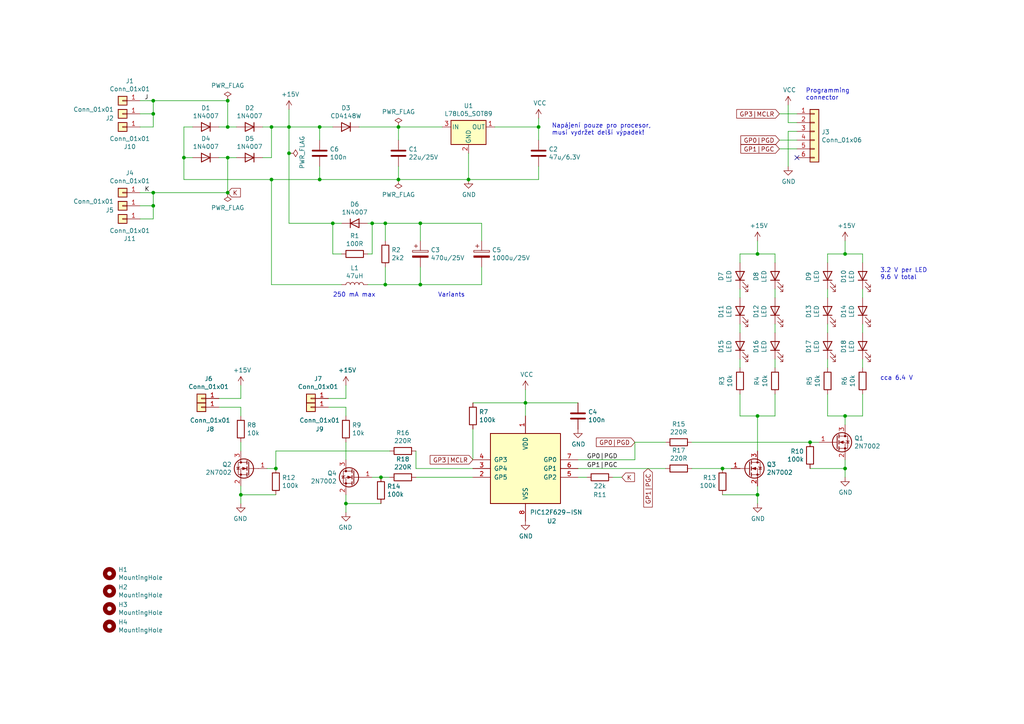
<source format=kicad_sch>
(kicad_sch (version 20211123) (generator eeschema)
  (paper "A4")
  (title_block (title "Osvětlení vozů Balm MTB model - horní deska") (date "2021-12-23") (rev "1.1") (company "Model Railroader Club Brno I – KMŽ Brno I – https://kmz-brno.cz/") (comment 1 "Jan Horáček; inspirováno https://usuaris.tinet.cat/fmco/dccfunc_en.html") (comment 2 "https://github.com/kmzbrnoI/") (comment 3 "https://creativecommons.org/licenses/by-sa/4.0/") (comment 4 "Released under the Creative Commons Attribution-ShareAlike 4.0 License"))
  (lib_symbols
    (symbol "Connector_Generic:Conn_01x01" (pin_names (offset 1.016) hide)
      (property "Reference" "J" (at 0 2.54 0))
      (property "Value" "Conn_01x01" (at 0 -2.54 0))
      (symbol "Conn_01x01_1_1"
        (rectangle (start -1.27 0.127) (end 0 -0.127) (stroke (width 0.1524)))
        (rectangle (start -1.27 1.27) (end 1.27 -1.27) (stroke (width 0.254)) (fill (type background)))
        (pin passive line (at -5.08 0 0) (length 3.81) (name "Pin_1") (number "1"))
      )
    )
    (symbol "Connector_Generic:Conn_01x06" (pin_names (offset 1.016) hide)
      (property "Reference" "J" (at 0 7.62 0))
      (property "Value" "Conn_01x06" (at 0 -10.16 0))
      (symbol "Conn_01x06_1_1"
        (rectangle (start -1.27 -7.493) (end 0 -7.747) (stroke (width 0.1524)))
        (rectangle (start -1.27 -4.953) (end 0 -5.207) (stroke (width 0.1524)))
        (rectangle (start -1.27 -2.413) (end 0 -2.667) (stroke (width 0.1524)))
        (rectangle (start -1.27 0.127) (end 0 -0.127) (stroke (width 0.1524)))
        (rectangle (start -1.27 2.667) (end 0 2.413) (stroke (width 0.1524)))
        (rectangle (start -1.27 5.207) (end 0 4.953) (stroke (width 0.1524)))
        (rectangle (start -1.27 6.35) (end 1.27 -8.89) (stroke (width 0.254)) (fill (type background)))
        (pin passive line (at -5.08 5.08 0) (length 3.81) (name "Pin_1") (number "1"))
        (pin passive line (at -5.08 2.54 0) (length 3.81) (name "Pin_2") (number "2"))
        (pin passive line (at -5.08 0 0) (length 3.81) (name "Pin_3") (number "3"))
        (pin passive line (at -5.08 -2.54 0) (length 3.81) (name "Pin_4") (number "4"))
        (pin passive line (at -5.08 -5.08 0) (length 3.81) (name "Pin_5") (number "5"))
        (pin passive line (at -5.08 -7.62 0) (length 3.81) (name "Pin_6") (number "6"))
      )
    )
    (symbol "Device:C" (pin_numbers hide) (pin_names (offset 0.254))
      (property "Reference" "C" (at 0.635 2.54 0))
      (property "Value" "C" (at 0.635 -2.54 0))
      (symbol "C_0_1"
        (polyline (pts (xy -2.032 -0.762) (xy 2.032 -0.762)) (stroke (width 0.508)))
        (polyline (pts (xy -2.032 0.762) (xy 2.032 0.762)) (stroke (width 0.508)))
      )
      (symbol "C_1_1"
        (pin passive line (at 0 3.81 270) (length 2.794) (name "~") (number "1"))
        (pin passive line (at 0 -3.81 90) (length 2.794) (name "~") (number "2"))
      )
    )
    (symbol "Device:C_Polarized" (pin_numbers hide) (pin_names (offset 0.254))
      (property "Reference" "C" (at 0.635 2.54 0))
      (property "Value" "C_Polarized" (at 0.635 -2.54 0))
      (symbol "C_Polarized_0_1"
        (rectangle (start -2.286 0.508) (end 2.286 1.016))
        (polyline (pts (xy -1.778 2.286) (xy -0.762 2.286)))
        (polyline (pts (xy -1.27 2.794) (xy -1.27 1.778)))
        (rectangle (start 2.286 -0.508) (end -2.286 -1.016) (fill (type outline)))
      )
      (symbol "C_Polarized_1_1"
        (pin passive line (at 0 3.81 270) (length 2.794) (name "~") (number "1"))
        (pin passive line (at 0 -3.81 90) (length 2.794) (name "~") (number "2"))
      )
    )
    (symbol "Device:L" (pin_numbers hide) (pin_names (offset 1.016) hide)
      (property "Reference" "L" (at -1.27 0 90))
      (property "Value" "L" (at 1.905 0 90))
      (symbol "L_0_1"
        (arc (start 0 -2.54) (mid 0.635 -1.905) (end 0 -1.27))
        (arc (start 0 -1.27) (mid 0.635 -0.635) (end 0 0))
        (arc (start 0 0) (mid 0.635 0.635) (end 0 1.27))
        (arc (start 0 1.27) (mid 0.635 1.905) (end 0 2.54))
      )
      (symbol "L_1_1"
        (pin passive line (at 0 3.81 270) (length 1.27) (name "1") (number "1"))
        (pin passive line (at 0 -3.81 90) (length 1.27) (name "2") (number "2"))
      )
    )
    (symbol "Device:LED" (pin_numbers hide) (pin_names (offset 1.016) hide)
      (property "Reference" "D" (at 0 2.54 0))
      (property "Value" "LED" (at 0 -2.54 0))
      (symbol "LED_0_1"
        (polyline (pts (xy -1.27 -1.27) (xy -1.27 1.27)) (stroke (width 0.254)))
        (polyline (pts (xy -1.27 0) (xy 1.27 0)))
        (polyline (pts (xy 1.27 -1.27) (xy 1.27 1.27) (xy -1.27 0) (xy 1.27 -1.27)) (stroke (width 0.254)))
        (polyline (pts (xy -3.048 -0.762) (xy -4.572 -2.286) (xy -3.81 -2.286) (xy -4.572 -2.286) (xy -4.572 -1.524)))
        (polyline (pts (xy -1.778 -0.762) (xy -3.302 -2.286) (xy -2.54 -2.286) (xy -3.302 -2.286) (xy -3.302 -1.524)))
      )
      (symbol "LED_1_1"
        (pin passive line (at -3.81 0 0) (length 2.54) (name "K") (number "1"))
        (pin passive line (at 3.81 0 180) (length 2.54) (name "A") (number "2"))
      )
    )
    (symbol "Device:R" (pin_numbers hide) (pin_names (offset 0))
      (property "Reference" "R" (at 2.032 0 90))
      (property "Value" "R" (at 0 0 90))
      (symbol "R_0_1"
        (rectangle (start -1.016 -2.54) (end 1.016 2.54) (stroke (width 0.254)))
      )
      (symbol "R_1_1"
        (pin passive line (at 0 3.81 270) (length 1.27) (name "~") (number "1"))
        (pin passive line (at 0 -3.81 90) (length 1.27) (name "~") (number "2"))
      )
    )
    (symbol "Diode:1N4007" (pin_numbers hide) (pin_names (offset 1.016) hide)
      (property "Reference" "D" (at 0 2.54 0))
      (property "Value" "1N4007" (at 0 -2.54 0))
      (symbol "1N4007_0_1"
        (polyline (pts (xy -1.27 1.27) (xy -1.27 -1.27)) (stroke (width 0.254)))
        (polyline (pts (xy 1.27 0) (xy -1.27 0)))
        (polyline (pts (xy 1.27 1.27) (xy 1.27 -1.27) (xy -1.27 0) (xy 1.27 1.27)) (stroke (width 0.254)))
      )
      (symbol "1N4007_1_1"
        (pin passive line (at -3.81 0 0) (length 2.54) (name "K") (number "1"))
        (pin passive line (at 3.81 0 180) (length 2.54) (name "A") (number "2"))
      )
    )
    (symbol "Diode:CD4148W" (pin_numbers hide) (pin_names (offset 1.016) hide)
      (property "Reference" "D" (at 0 2.54 0))
      (property "Value" "CD4148W" (at 0 -2.54 0))
      (symbol "CD4148W_0_1"
        (polyline (pts (xy -1.27 1.27) (xy -1.27 -1.27)) (stroke (width 0.254)))
        (polyline (pts (xy 1.27 0) (xy -1.27 0)))
        (polyline (pts (xy 1.27 1.27) (xy 1.27 -1.27) (xy -1.27 0) (xy 1.27 1.27)) (stroke (width 0.254)))
      )
      (symbol "CD4148W_1_1"
        (pin passive line (at -3.81 0 0) (length 2.54) (name "K") (number "1"))
        (pin passive line (at 3.81 0 180) (length 2.54) (name "A") (number "2"))
      )
    )
    (symbol "MCU_Microchip_PIC12:PIC12F629-ISN" (pin_names (offset 1.016))
      (property "Reference" "U" (at 1.27 13.97 0))
      (property "Value" "PIC12F629-ISN" (at 1.27 11.43 0))
      (symbol "PIC12F629-ISN_0_1"
        (rectangle (start 10.16 -10.16) (end -10.16 10.16) (stroke (width 0.254)) (fill (type background)))
      )
      (symbol "PIC12F629-ISN_1_1"
        (pin power_in line (at 0 15.24 270) (length 5.08) (name "VDD") (number "1"))
        (pin bidirectional line (at 15.24 -2.54 180) (length 5.08) (name "GP5") (number "2"))
        (pin bidirectional line (at 15.24 0 180) (length 5.08) (name "GP4") (number "3"))
        (pin input line (at 15.24 2.54 180) (length 5.08) (name "GP3") (number "4"))
        (pin bidirectional line (at -15.24 -2.54 0) (length 5.08) (name "GP2") (number "5"))
        (pin bidirectional line (at -15.24 0 0) (length 5.08) (name "GP1") (number "6"))
        (pin bidirectional line (at -15.24 2.54 0) (length 5.08) (name "GP0") (number "7"))
        (pin power_in line (at 0 -15.24 90) (length 5.08) (name "VSS") (number "8"))
      )
    )
    (symbol "Mechanical:MountingHole" (pin_names (offset 1.016))
      (property "Reference" "H" (at 0 5.08 0))
      (property "Value" "MountingHole" (at 0 3.175 0))
      (symbol "MountingHole_0_1"
        (circle (center 0 0) (radius 1.27) (stroke (width 1.27)))
      )
    )
    (symbol "Regulator_Linear:L78L05_SOT89" (pin_names (offset 0.254))
      (property "Reference" "U" (at -3.81 3.175 0))
      (property "Value" "L78L05_SOT89" (at -0.635 3.175 0))
      (symbol "L78L05_SOT89_0_1"
        (rectangle (start -5.08 1.905) (end 5.08 -5.08) (stroke (width 0.254)) (fill (type background)))
      )
      (symbol "L78L05_SOT89_1_1"
        (pin power_out line (at 7.62 0 180) (length 2.54) (name "OUT") (number "1"))
        (pin power_in line (at 0 -7.62 90) (length 2.54) (name "GND") (number "2"))
        (pin power_in line (at -7.62 0 0) (length 2.54) (name "IN") (number "3"))
      )
    )
    (symbol "Transistor_FET:2N7002" (pin_names hide)
      (property "Reference" "Q" (at 5.08 1.905 0))
      (property "Value" "2N7002" (at 5.08 0 0))
      (symbol "2N7002_0_1"
        (polyline (pts (xy 0.254 0) (xy -2.54 0)))
        (polyline (pts (xy 0.254 1.905) (xy 0.254 -1.905)) (stroke (width 0.254)))
        (polyline (pts (xy 0.762 -1.27) (xy 0.762 -2.286)) (stroke (width 0.254)))
        (polyline (pts (xy 0.762 0.508) (xy 0.762 -0.508)) (stroke (width 0.254)))
        (polyline (pts (xy 0.762 2.286) (xy 0.762 1.27)) (stroke (width 0.254)))
        (polyline (pts (xy 2.54 2.54) (xy 2.54 1.778)))
        (polyline (pts (xy 2.54 -2.54) (xy 2.54 0) (xy 0.762 0)))
        (polyline (pts (xy 0.762 -1.778) (xy 3.302 -1.778) (xy 3.302 1.778) (xy 0.762 1.778)))
        (polyline (pts (xy 1.016 0) (xy 2.032 0.381) (xy 2.032 -0.381) (xy 1.016 0)) (fill (type outline)))
        (polyline (pts (xy 2.794 0.508) (xy 2.921 0.381) (xy 3.683 0.381) (xy 3.81 0.254)))
        (polyline (pts (xy 3.302 0.381) (xy 2.921 -0.254) (xy 3.683 -0.254) (xy 3.302 0.381)))
        (circle (center 1.651 0) (radius 2.794) (stroke (width 0.254)))
        (circle (center 2.54 -1.778) (radius 0.254) (fill (type outline)))
        (circle (center 2.54 1.778) (radius 0.254) (fill (type outline)))
      )
      (symbol "2N7002_1_1"
        (pin input line (at -5.08 0 0) (length 2.54) (name "G") (number "1"))
        (pin passive line (at 2.54 -5.08 90) (length 2.54) (name "S") (number "2"))
        (pin passive line (at 2.54 5.08 270) (length 2.54) (name "D") (number "3"))
      )
    )
    (symbol "power:+15V" (power) (pin_names (offset 0))
      (property "Value" "+15V" (at 0 3.556 0))
      (symbol "+15V_0_1"
        (polyline (pts (xy -0.762 1.27) (xy 0 2.54)))
        (polyline (pts (xy 0 0) (xy 0 2.54)))
        (polyline (pts (xy 0 2.54) (xy 0.762 1.27)))
      )
      (symbol "+15V_1_1"
        (pin power_in line (at 0 0 90) (length 0) hide (name "+15V") (number "1"))
      )
    )
    (symbol "power:GND" (power) (pin_names (offset 0))
      (property "Value" "GND" (at 0 -3.81 0))
      (symbol "GND_0_1"
        (polyline (pts (xy 0 0) (xy 0 -1.27) (xy 1.27 -1.27) (xy 0 -2.54) (xy -1.27 -1.27) (xy 0 -1.27)))
      )
      (symbol "GND_1_1"
        (pin power_in line (at 0 0 270) (length 0) hide (name "GND") (number "1"))
      )
    )
    (symbol "power:PWR_FLAG" (power) (pin_numbers hide) (pin_names (offset 0) hide)
      (property "Value" "PWR_FLAG" (at 0 3.81 0))
      (symbol "PWR_FLAG_0_0"
        (pin power_out line (at 0 0 90) (length 0) (name "pwr") (number "1"))
      )
      (symbol "PWR_FLAG_0_1"
        (polyline (pts (xy 0 0) (xy 0 1.27) (xy -1.016 1.905) (xy 0 2.54) (xy 1.016 1.905) (xy 0 1.27)))
      )
    )
    (symbol "power:VCC" (power) (pin_names (offset 0))
      (property "Value" "VCC" (at 0 3.81 0))
      (symbol "VCC_0_1"
        (polyline (pts (xy -0.762 1.27) (xy 0 2.54)))
        (polyline (pts (xy 0 0) (xy 0 2.54)))
        (polyline (pts (xy 0 2.54) (xy 0.762 1.27)))
      )
      (symbol "VCC_1_1"
        (pin power_in line (at 0 0 90) (length 0) hide (name "VCC") (number "1"))
      )
    )
  )
  (junction (at 219.71 120.65))
  (junction (at 107.95 64.77))
  (junction (at 121.92 82.55))
  (junction (at 245.11 120.65))
  (junction (at 78.74 36.83))
  (junction (at 115.57 52.07))
  (junction (at 111.76 82.55))
  (junction (at 115.57 36.83))
  (junction (at 92.71 52.07))
  (junction (at 66.04 36.83))
  (junction (at 83.82 44.45))
  (junction (at 92.71 36.83))
  (junction (at 135.89 52.07))
  (junction (at 111.76 64.77))
  (junction (at 234.95 128.27))
  (junction (at 66.04 55.88))
  (junction (at 66.04 45.72))
  (junction (at 69.85 143.51))
  (junction (at 83.82 36.83))
  (junction (at 44.45 59.69))
  (junction (at 44.45 29.21))
  (junction (at 156.21 36.83))
  (junction (at 219.71 143.51))
  (junction (at 53.34 45.72))
  (junction (at 121.92 64.77))
  (junction (at 44.45 33.02))
  (junction (at 219.71 73.66))
  (junction (at 44.45 55.88))
  (junction (at 245.11 135.89))
  (junction (at 110.49 138.43))
  (junction (at 100.33 146.05))
  (junction (at 78.74 52.07))
  (junction (at 66.04 29.21))
  (junction (at 209.55 135.89))
  (junction (at 245.11 73.66))
  (junction (at 80.01 135.89))
  (junction (at 96.52 64.77))
  (junction (at 152.4 116.84))
  (no_connect (at 231.14 45.72))
  (wire (pts (xy 240.03 106.68) (xy 240.03 104.14)))
  (wire (pts (xy 63.5 118.11) (xy 69.85 118.11)))
  (wire (pts (xy 40.64 59.69) (xy 44.45 59.69)))
  (wire (pts (xy 83.82 36.83) (xy 92.71 36.83)))
  (wire (pts (xy 40.64 55.88) (xy 44.45 55.88)))
  (wire (pts (xy 231.14 38.1) (xy 228.6 38.1)))
  (wire (pts (xy 143.51 36.83) (xy 156.21 36.83)))
  (wire (pts (xy 245.11 120.65) (xy 240.03 120.65)))
  (wire (pts (xy 44.45 36.83) (xy 44.45 33.02)))
  (wire (pts (xy 121.92 82.55) (xy 121.92 77.47)))
  (wire (pts (xy 40.64 36.83) (xy 44.45 36.83)))
  (wire (pts (xy 224.79 120.65) (xy 224.79 114.3)))
  (wire (pts (xy 231.14 40.64) (xy 226.06 40.64)))
  (wire (pts (xy 240.03 76.2) (xy 240.03 73.66)))
  (wire (pts (xy 209.55 135.89) (xy 200.66 135.89)))
  (wire (pts (xy 193.04 128.27) (xy 184.15 128.27)))
  (wire (pts (xy 156.21 48.26) (xy 156.21 52.07)))
  (wire (pts (xy 219.71 143.51) (xy 219.71 146.05)))
  (wire (pts (xy 107.95 138.43) (xy 110.49 138.43)))
  (wire (pts (xy 83.82 31.75) (xy 83.82 36.83)))
  (wire (pts (xy 224.79 73.66) (xy 224.79 76.2)))
  (wire (pts (xy 240.03 120.65) (xy 240.03 114.3)))
  (wire (pts (xy 135.89 44.45) (xy 135.89 52.07)))
  (wire (pts (xy 224.79 86.36) (xy 224.79 83.82)))
  (wire (pts (xy 184.15 128.27) (xy 184.15 133.35)))
  (wire (pts (xy 44.45 33.02) (xy 44.45 29.21)))
  (wire (pts (xy 111.76 77.47) (xy 111.76 82.55)))
  (wire (pts (xy 121.92 64.77) (xy 139.7 64.77)))
  (wire (pts (xy 234.95 135.89) (xy 245.11 135.89)))
  (wire (pts (xy 177.8 138.43) (xy 180.34 138.43)))
  (wire (pts (xy 240.03 86.36) (xy 240.03 83.82)))
  (wire (pts (xy 214.63 96.52) (xy 214.63 93.98)))
  (wire (pts (xy 44.45 55.88) (xy 66.04 55.88)))
  (wire (pts (xy 92.71 48.26) (xy 92.71 52.07)))
  (wire (pts (xy 152.4 113.03) (xy 152.4 116.84)))
  (wire (pts (xy 78.74 52.07) (xy 78.74 82.55)))
  (wire (pts (xy 96.52 64.77) (xy 83.82 64.77)))
  (wire (pts (xy 228.6 38.1) (xy 228.6 48.26)))
  (wire (pts (xy 219.71 120.65) (xy 214.63 120.65)))
  (wire (pts (xy 106.68 82.55) (xy 111.76 82.55)))
  (wire (pts (xy 224.79 106.68) (xy 224.79 104.14)))
  (wire (pts (xy 139.7 64.77) (xy 139.7 69.85)))
  (wire (pts (xy 240.03 73.66) (xy 245.11 73.66)))
  (wire (pts (xy 120.65 138.43) (xy 137.16 138.43)))
  (wire (pts (xy 99.06 73.66) (xy 96.52 73.66)))
  (wire (pts (xy 107.95 64.77) (xy 106.68 64.77)))
  (wire (pts (xy 44.45 29.21) (xy 66.04 29.21)))
  (wire (pts (xy 214.63 106.68) (xy 214.63 104.14)))
  (wire (pts (xy 219.71 143.51) (xy 219.71 140.97)))
  (wire (pts (xy 100.33 146.05) (xy 100.33 148.59)))
  (wire (pts (xy 110.49 138.43) (xy 113.03 138.43)))
  (wire (pts (xy 44.45 59.69) (xy 44.45 55.88)))
  (wire (pts (xy 156.21 40.64) (xy 156.21 36.83)))
  (wire (pts (xy 137.16 116.84) (xy 152.4 116.84)))
  (wire (pts (xy 240.03 96.52) (xy 240.03 93.98)))
  (wire (pts (xy 92.71 36.83) (xy 96.52 36.83)))
  (wire (pts (xy 44.45 63.5) (xy 44.45 59.69)))
  (wire (pts (xy 167.64 138.43) (xy 170.18 138.43)))
  (wire (pts (xy 111.76 64.77) (xy 121.92 64.77)))
  (wire (pts (xy 40.64 63.5) (xy 44.45 63.5)))
  (wire (pts (xy 100.33 118.11) (xy 100.33 120.65)))
  (wire (pts (xy 92.71 52.07) (xy 115.57 52.07)))
  (wire (pts (xy 219.71 73.66) (xy 224.79 73.66)))
  (wire (pts (xy 95.25 118.11) (xy 100.33 118.11)))
  (wire (pts (xy 219.71 120.65) (xy 219.71 130.81)))
  (wire (pts (xy 245.11 135.89) (xy 245.11 138.43)))
  (wire (pts (xy 83.82 44.45) (xy 83.82 64.77)))
  (wire (pts (xy 96.52 73.66) (xy 96.52 64.77)))
  (wire (pts (xy 78.74 52.07) (xy 92.71 52.07)))
  (wire (pts (xy 66.04 29.21) (xy 66.04 36.83)))
  (wire (pts (xy 245.11 73.66) (xy 250.19 73.66)))
  (wire (pts (xy 69.85 118.11) (xy 69.85 120.65)))
  (wire (pts (xy 226.06 33.02) (xy 231.14 33.02)))
  (wire (pts (xy 156.21 36.83) (xy 156.21 34.29)))
  (wire (pts (xy 40.64 29.21) (xy 44.45 29.21)))
  (wire (pts (xy 214.63 83.82) (xy 214.63 86.36)))
  (wire (pts (xy 100.33 146.05) (xy 100.33 143.51)))
  (wire (pts (xy 80.01 130.81) (xy 80.01 135.89)))
  (wire (pts (xy 69.85 130.81) (xy 69.85 128.27)))
  (wire (pts (xy 69.85 143.51) (xy 69.85 146.05)))
  (wire (pts (xy 212.09 135.89) (xy 209.55 135.89)))
  (wire (pts (xy 66.04 36.83) (xy 63.5 36.83)))
  (wire (pts (xy 111.76 69.85) (xy 111.76 64.77)))
  (wire (pts (xy 115.57 52.07) (xy 135.89 52.07)))
  (wire (pts (xy 63.5 115.57) (xy 69.85 115.57)))
  (wire (pts (xy 69.85 115.57) (xy 69.85 111.76)))
  (wire (pts (xy 111.76 82.55) (xy 121.92 82.55)))
  (wire (pts (xy 209.55 143.51) (xy 219.71 143.51)))
  (wire (pts (xy 231.14 35.56) (xy 228.6 35.56)))
  (wire (pts (xy 139.7 82.55) (xy 139.7 77.47)))
  (wire (pts (xy 228.6 30.48) (xy 228.6 35.56)))
  (wire (pts (xy 115.57 40.64) (xy 115.57 36.83)))
  (wire (pts (xy 66.04 45.72) (xy 68.58 45.72)))
  (wire (pts (xy 135.89 52.07) (xy 156.21 52.07)))
  (wire (pts (xy 76.2 45.72) (xy 78.74 45.72)))
  (wire (pts (xy 250.19 83.82) (xy 250.19 86.36)))
  (wire (pts (xy 83.82 36.83) (xy 78.74 36.83)))
  (wire (pts (xy 115.57 36.83) (xy 128.27 36.83)))
  (wire (pts (xy 83.82 36.83) (xy 83.82 44.45)))
  (wire (pts (xy 219.71 73.66) (xy 219.71 69.85)))
  (wire (pts (xy 237.49 128.27) (xy 234.95 128.27)))
  (wire (pts (xy 245.11 123.19) (xy 245.11 120.65)))
  (wire (pts (xy 250.19 120.65) (xy 250.19 114.3)))
  (wire (pts (xy 219.71 120.65) (xy 224.79 120.65)))
  (wire (pts (xy 245.11 135.89) (xy 245.11 133.35)))
  (wire (pts (xy 53.34 52.07) (xy 53.34 45.72)))
  (wire (pts (xy 63.5 45.72) (xy 66.04 45.72)))
  (wire (pts (xy 111.76 64.77) (xy 107.95 64.77)))
  (wire (pts (xy 55.88 45.72) (xy 53.34 45.72)))
  (wire (pts (xy 137.16 135.89) (xy 120.65 135.89)))
  (wire (pts (xy 184.15 133.35) (xy 167.64 133.35)))
  (wire (pts (xy 68.58 36.83) (xy 66.04 36.83)))
  (wire (pts (xy 214.63 120.65) (xy 214.63 114.3)))
  (wire (pts (xy 224.79 93.98) (xy 224.79 96.52)))
  (wire (pts (xy 250.19 73.66) (xy 250.19 76.2)))
  (wire (pts (xy 137.16 133.35) (xy 137.16 124.46)))
  (wire (pts (xy 107.95 73.66) (xy 106.68 73.66)))
  (wire (pts (xy 110.49 146.05) (xy 100.33 146.05)))
  (wire (pts (xy 121.92 82.55) (xy 139.7 82.55)))
  (wire (pts (xy 121.92 64.77) (xy 121.92 69.85)))
  (wire (pts (xy 96.52 64.77) (xy 99.06 64.77)))
  (wire (pts (xy 152.4 116.84) (xy 152.4 120.65)))
  (wire (pts (xy 99.06 82.55) (xy 78.74 82.55)))
  (wire (pts (xy 95.25 115.57) (xy 100.33 115.57)))
  (wire (pts (xy 69.85 143.51) (xy 69.85 140.97)))
  (wire (pts (xy 120.65 135.89) (xy 120.65 130.81)))
  (wire (pts (xy 250.19 93.98) (xy 250.19 96.52)))
  (wire (pts (xy 245.11 120.65) (xy 250.19 120.65)))
  (wire (pts (xy 113.03 130.81) (xy 80.01 130.81)))
  (wire (pts (xy 214.63 73.66) (xy 219.71 73.66)))
  (wire (pts (xy 78.74 45.72) (xy 78.74 36.83)))
  (wire (pts (xy 92.71 36.83) (xy 92.71 40.64)))
  (wire (pts (xy 107.95 64.77) (xy 107.95 73.66)))
  (wire (pts (xy 104.14 36.83) (xy 115.57 36.83)))
  (wire (pts (xy 250.19 106.68) (xy 250.19 104.14)))
  (wire (pts (xy 53.34 45.72) (xy 53.34 36.83)))
  (wire (pts (xy 53.34 36.83) (xy 55.88 36.83)))
  (wire (pts (xy 77.47 135.89) (xy 80.01 135.89)))
  (wire (pts (xy 214.63 76.2) (xy 214.63 73.66)))
  (wire (pts (xy 152.4 116.84) (xy 167.64 116.84)))
  (wire (pts (xy 78.74 36.83) (xy 76.2 36.83)))
  (wire (pts (xy 80.01 143.51) (xy 69.85 143.51)))
  (wire (pts (xy 66.04 55.88) (xy 66.04 45.72)))
  (wire (pts (xy 78.74 52.07) (xy 53.34 52.07)))
  (wire (pts (xy 234.95 128.27) (xy 200.66 128.27)))
  (wire (pts (xy 193.04 135.89) (xy 167.64 135.89)))
  (wire (pts (xy 231.14 43.18) (xy 226.06 43.18)))
  (wire (pts (xy 245.11 69.85) (xy 245.11 73.66)))
  (wire (pts (xy 100.33 115.57) (xy 100.33 111.76)))
  (wire (pts (xy 115.57 48.26) (xy 115.57 52.07)))
  (wire (pts (xy 100.33 128.27) (xy 100.33 133.35)))
  (wire (pts (xy 40.64 33.02) (xy 44.45 33.02)))
  (text "cca 6.4 V" (at 255.27 110.49 0) (effects (font (size 1.27 1.27)) (justify left bottom)))
  (text "Napájení pouze pro procesor,\nmusí vydržet delší výpadek!" (at 160.02 39.37 0) (effects (font (size 1.27 1.27)) (justify left bottom)))
  (text "250 mA max" (at 96.52 86.36 0) (effects (font (size 1.27 1.27)) (justify left bottom)))
  (text "Programming\nconnector" (at 233.68 29.21 0) (effects (font (size 1.27 1.27)) (justify left bottom)))
  (text "Variants" (at 127 86.36 0) (effects (font (size 1.27 1.27)) (justify left bottom)))
  (text "3.2 V per LED\n9.6 V total" (at 255.27 81.28 0) (effects (font (size 1.27 1.27)) (justify left bottom)))
  (label "GP0|PGD" (at 170.18 133.35 0))
  (label "K" (at 41.91 55.88 0))
  (label "J" (at 41.91 29.21 0))
  (label "GP1|PGC" (at 170.18 135.89 0))
  (global_label "GP3|MCLR" (shape input) (at 226.06 33.02 180) (property "Intersheet References" "${INTERSHEET_REFS}" (effects hide)))
  (global_label "GP3|MCLR" (shape input) (at 137.16 133.35 180) (property "Intersheet References" "${INTERSHEET_REFS}" (effects hide)))
  (global_label "K" (shape input) (at 66.04 55.88 0) (property "Intersheet References" "${INTERSHEET_REFS}" (effects hide)))
  (global_label "GP1|PGC" (shape input) (at 226.06 43.18 180) (property "Intersheet References" "${INTERSHEET_REFS}" (effects hide)))
  (global_label "GP1|PGC" (shape input) (at 187.96 135.89 270) (property "Intersheet References" "${INTERSHEET_REFS}" (effects hide)))
  (global_label "GP0|PGD" (shape input) (at 226.06 40.64 180) (property "Intersheet References" "${INTERSHEET_REFS}" (effects hide)))
  (global_label "GP0|PGD" (shape input) (at 184.15 128.27 180) (property "Intersheet References" "${INTERSHEET_REFS}" (effects hide)))
  (global_label "K" (shape input) (at 180.34 138.43 0) (property "Intersheet References" "${INTERSHEET_REFS}" (effects hide)))
  (symbol (lib_id "Regulator_Linear:L78L05_SOT89") (at 135.89 36.83 0) (unit 1)
    (property "Reference" "U1" (at 135.89 30.6832 0))
    (property "Value" "L78L05_SOT89" (at 135.89 32.9946 0))
    (property "Footprint" "Package_TO_SOT_SMD:SOT-89-3_Handsoldering" (effects hide))
    (property "Datasheet" "http://www.st.com/content/ccc/resource/technical/document/datasheet/15/55/e5/aa/23/5b/43/fd/CD00000446.pdf/files/CD00000446.pdf/jcr:content/translations/en.CD00000446.pdf" (effects hide))
    (property "LCSC" "C71136" (effects hide))
    (property "JLCPCB_CORRECTION" "0;0;180" (effects hide))
  )
  (symbol (lib_id "Device:C") (at 115.57 44.45 0) (unit 1)
    (property "Reference" "C1" (at 118.491 43.2816 0) (effects (justify left)))
    (property "Value" "22u/25V" (at 118.491 45.593 0) (effects (justify left)))
    (property "Footprint" "Capacitor_SMD:C_0805_2012Metric_Pad1.18x1.45mm_HandSolder" (effects hide))
    (property "LCSC" "C45783" (effects hide))
  )
  (symbol (lib_id "Device:C") (at 156.21 44.45 0) (unit 1)
    (property "Reference" "C2" (at 159.131 43.2816 0) (effects (justify left)))
    (property "Value" "47u/6.3V" (at 159.131 45.593 0) (effects (justify left)))
    (property "Footprint" "Capacitor_SMD:C_0805_2012Metric_Pad1.18x1.45mm_HandSolder" (effects hide))
    (property "LCSC" "C16780" (effects hide))
  )
  (symbol (lib_id "power:GND") (at 135.89 52.07 0) (unit 1)
    (property "Reference" "#PWR05" (effects hide))
    (property "Value" "GND" (at 136.017 56.4642 0))
  )
  (symbol (lib_id "power:VCC") (at 156.21 34.29 0) (unit 1)
    (property "Reference" "#PWR03" (effects hide))
    (property "Value" "VCC" (at 156.591 29.8958 0))
  )
  (symbol (lib_id "Connector_Generic:Conn_01x01") (at 35.56 29.21 180) (unit 1)
    (property "Reference" "J1" (at 37.6428 23.495 0))
    (property "Value" "Conn_01x01" (at 37.6428 25.8064 0))
    (property "Footprint" "Connector_PinHeader_2.54mm:PinHeader_1x01_P2.54mm_Vertical" (effects hide))
  )
  (symbol (lib_id "Connector_Generic:Conn_01x01") (at 35.56 55.88 180) (unit 1)
    (property "Reference" "J4" (at 37.6428 50.165 0))
    (property "Value" "Conn_01x01" (at 37.6428 52.4764 0))
    (property "Footprint" "Connector_PinHeader_2.54mm:PinHeader_1x01_P2.54mm_Vertical" (effects hide))
  )
  (symbol (lib_id "MCU_Microchip_PIC12:PIC12F629-ISN") (at 152.4 135.89 0) (mirror y) (unit 1)
    (property "Reference" "U2" (at 160.02 151.13 0))
    (property "Value" "PIC12F629-ISN" (at 161.29 148.59 0))
    (property "Footprint" "Package_SO:SOIC-8_3.9x4.9mm_P1.27mm" (effects hide))
    (property "Datasheet" "http://ww1.microchip.com/downloads/en/DeviceDoc/41190G.pdf" (effects hide))
  )
  (symbol (lib_id "Diode:1N4007") (at 59.69 45.72 0) (mirror y) (unit 1)
    (property "Reference" "D4" (at 59.69 40.2082 0))
    (property "Value" "1N4007" (at 59.69 42.5196 0))
    (property "Footprint" "Diode_SMD:D_SOD-123F" (effects hide))
    (property "Datasheet" "http://www.vishay.com/docs/88503/1n4001.pdf" (effects hide))
    (property "LCSC" "C64898" (effects hide))
  )
  (symbol (lib_id "Diode:1N4007") (at 59.69 36.83 0) (mirror y) (unit 1)
    (property "Reference" "D1" (at 59.69 31.3182 0))
    (property "Value" "1N4007" (at 59.69 33.6296 0))
    (property "Footprint" "Diode_SMD:D_SOD-123F" (effects hide))
    (property "Datasheet" "http://www.vishay.com/docs/88503/1n4001.pdf" (effects hide))
    (property "LCSC" "C64898" (effects hide))
  )
  (symbol (lib_id "Diode:1N4007") (at 72.39 36.83 0) (mirror y) (unit 1)
    (property "Reference" "D2" (at 72.39 31.3182 0))
    (property "Value" "1N4007" (at 72.39 33.6296 0))
    (property "Footprint" "Diode_SMD:D_SOD-123F" (effects hide))
    (property "Datasheet" "http://www.vishay.com/docs/88503/1n4001.pdf" (effects hide))
    (property "LCSC" "C64898" (effects hide))
  )
  (symbol (lib_id "Diode:1N4007") (at 72.39 45.72 0) (mirror y) (unit 1)
    (property "Reference" "D5" (at 72.39 40.2082 0))
    (property "Value" "1N4007" (at 72.39 42.5196 0))
    (property "Footprint" "Diode_SMD:D_SOD-123F" (effects hide))
    (property "Datasheet" "http://www.vishay.com/docs/88503/1n4001.pdf" (effects hide))
    (property "LCSC" "C64898" (effects hide))
  )
  (symbol (lib_id "power:VCC") (at 152.4 113.03 0) (unit 1)
    (property "Reference" "#PWR010" (effects hide))
    (property "Value" "VCC" (at 152.781 108.6358 0))
  )
  (symbol (lib_id "power:GND") (at 152.4 151.13 0) (unit 1)
    (property "Reference" "#PWR016" (effects hide))
    (property "Value" "GND" (at 152.527 155.5242 0))
  )
  (symbol (lib_id "Connector_Generic:Conn_01x06") (at 236.22 38.1 0) (unit 1)
    (property "Reference" "J3" (at 238.252 38.3032 0) (effects (justify left)))
    (property "Value" "Conn_01x06" (at 238.252 40.6146 0) (effects (justify left)))
    (property "Footprint" "Connector_PinHeader_2.54mm:PinHeader_1x06_P2.54mm_Vertical" (effects hide))
  )
  (symbol (lib_id "Device:C") (at 167.64 120.65 0) (unit 1)
    (property "Reference" "C4" (at 170.561 119.4816 0) (effects (justify left)))
    (property "Value" "100n" (at 170.561 121.793 0) (effects (justify left)))
    (property "Footprint" "Capacitor_SMD:C_0805_2012Metric_Pad1.18x1.45mm_HandSolder" (effects hide))
    (property "LCSC" "C49678" (effects hide))
  )
  (symbol (lib_id "power:GND") (at 167.64 124.46 0) (unit 1)
    (property "Reference" "#PWR011" (effects hide))
    (property "Value" "GND" (at 167.767 128.8542 0))
  )
  (symbol (lib_id "Device:LED") (at 214.63 80.01 90) (unit 1)
    (property "Reference" "D7" (at 209.1182 80.1878 0))
    (property "Value" "LED" (at 211.4296 80.1878 0))
    (property "Footprint" "LED_SMD:LED_PLCC_2835_Handsoldering" (effects hide))
  )
  (symbol (lib_id "Device:LED") (at 214.63 90.17 90) (unit 1)
    (property "Reference" "D11" (at 209.1182 90.3478 0))
    (property "Value" "LED" (at 211.4296 90.3478 0))
    (property "Footprint" "LED_SMD:LED_PLCC_2835_Handsoldering" (effects hide))
  )
  (symbol (lib_id "Device:LED") (at 214.63 100.33 90) (unit 1)
    (property "Reference" "D15" (at 209.1182 100.5078 0))
    (property "Value" "LED" (at 211.4296 100.5078 0))
    (property "Footprint" "LED_SMD:LED_PLCC_2835_Handsoldering" (effects hide))
  )
  (symbol (lib_id "Device:LED") (at 224.79 80.01 90) (unit 1)
    (property "Reference" "D8" (at 219.2782 80.1878 0))
    (property "Value" "LED" (at 221.5896 80.1878 0))
    (property "Footprint" "LED_SMD:LED_PLCC_2835_Handsoldering" (effects hide))
  )
  (symbol (lib_id "Device:LED") (at 224.79 90.17 90) (unit 1)
    (property "Reference" "D12" (at 219.2782 90.3478 0))
    (property "Value" "LED" (at 221.5896 90.3478 0))
    (property "Footprint" "LED_SMD:LED_PLCC_2835_Handsoldering" (effects hide))
  )
  (symbol (lib_id "Device:LED") (at 224.79 100.33 90) (unit 1)
    (property "Reference" "D16" (at 219.2782 100.5078 0))
    (property "Value" "LED" (at 221.5896 100.5078 0))
    (property "Footprint" "LED_SMD:LED_PLCC_2835_Handsoldering" (effects hide))
  )
  (symbol (lib_id "Device:LED") (at 240.03 80.01 90) (unit 1)
    (property "Reference" "D9" (at 234.5182 80.1878 0))
    (property "Value" "LED" (at 236.8296 80.1878 0))
    (property "Footprint" "LED_SMD:LED_PLCC_2835_Handsoldering" (effects hide))
  )
  (symbol (lib_id "Device:LED") (at 240.03 90.17 90) (unit 1)
    (property "Reference" "D13" (at 234.5182 90.3478 0))
    (property "Value" "LED" (at 236.8296 90.3478 0))
    (property "Footprint" "LED_SMD:LED_PLCC_2835_Handsoldering" (effects hide))
  )
  (symbol (lib_id "Device:LED") (at 240.03 100.33 90) (unit 1)
    (property "Reference" "D17" (at 234.5182 100.5078 0))
    (property "Value" "LED" (at 236.8296 100.5078 0))
    (property "Footprint" "LED_SMD:LED_PLCC_2835_Handsoldering" (effects hide))
  )
  (symbol (lib_id "Device:LED") (at 250.19 80.01 90) (unit 1)
    (property "Reference" "D10" (at 244.6782 80.1878 0))
    (property "Value" "LED" (at 246.9896 80.1878 0))
    (property "Footprint" "LED_SMD:LED_PLCC_2835_Handsoldering" (effects hide))
  )
  (symbol (lib_id "Device:LED") (at 250.19 90.17 90) (unit 1)
    (property "Reference" "D14" (at 244.6782 90.3478 0))
    (property "Value" "LED" (at 246.9896 90.3478 0))
    (property "Footprint" "LED_SMD:LED_PLCC_2835_Handsoldering" (effects hide))
  )
  (symbol (lib_id "Device:LED") (at 250.19 100.33 90) (unit 1)
    (property "Reference" "D18" (at 244.6782 100.5078 0))
    (property "Value" "LED" (at 246.9896 100.5078 0))
    (property "Footprint" "LED_SMD:LED_PLCC_2835_Handsoldering" (effects hide))
  )
  (symbol (lib_id "Device:R") (at 250.19 110.49 0) (unit 1)
    (property "Reference" "R6" (at 244.9322 110.49 90))
    (property "Value" "10k" (at 247.2436 110.49 90))
    (property "Footprint" "Resistor_SMD:R_0805_2012Metric_Pad1.20x1.40mm_HandSolder" (effects hide))
    (property "LCSC" "C17414" (effects hide))
  )
  (symbol (lib_id "Device:R") (at 240.03 110.49 0) (unit 1)
    (property "Reference" "R5" (at 234.7722 110.49 90))
    (property "Value" "10k" (at 237.0836 110.49 90))
    (property "Footprint" "Resistor_SMD:R_0805_2012Metric_Pad1.20x1.40mm_HandSolder" (effects hide))
    (property "LCSC" "C17414" (effects hide))
  )
  (symbol (lib_id "Device:R") (at 224.79 110.49 0) (unit 1)
    (property "Reference" "R4" (at 219.5322 110.49 90))
    (property "Value" "10k" (at 221.8436 110.49 90))
    (property "Footprint" "Resistor_SMD:R_0805_2012Metric_Pad1.20x1.40mm_HandSolder" (effects hide))
    (property "LCSC" "C17414" (effects hide))
  )
  (symbol (lib_id "Device:R") (at 214.63 110.49 0) (unit 1)
    (property "Reference" "R3" (at 209.3722 110.49 90))
    (property "Value" "10k" (at 211.6836 110.49 90))
    (property "Footprint" "Resistor_SMD:R_0805_2012Metric_Pad1.20x1.40mm_HandSolder" (effects hide))
    (property "LCSC" "C17414" (effects hide))
  )
  (symbol (lib_id "Transistor_FET:2N7002") (at 217.17 135.89 0) (unit 1)
    (property "Reference" "Q3" (at 222.3516 134.7216 0) (effects (justify left)))
    (property "Value" "2N7002" (at 222.3516 137.033 0) (effects (justify left)))
    (property "Footprint" "Package_TO_SOT_SMD:SOT-23_Handsoldering" (effects hide))
    (property "Datasheet" "https://www.onsemi.com/pub/Collateral/NDS7002A-D.PDF" (effects hide))
    (property "LCSC" "C8545" (effects hide))
    (property "JLCPCB_CORRECTION" "0;0;180" (effects hide))
  )
  (symbol (lib_id "power:VCC") (at 228.6 30.48 0) (unit 1)
    (property "Reference" "#PWR01" (effects hide))
    (property "Value" "VCC" (at 228.981 26.0858 0))
  )
  (symbol (lib_id "power:GND") (at 228.6 48.26 0) (unit 1)
    (property "Reference" "#PWR04" (effects hide))
    (property "Value" "GND" (at 228.727 52.6542 0))
  )
  (symbol (lib_id "Mechanical:MountingHole") (at 31.75 166.37 0) (unit 1)
    (property "Reference" "H1" (at 34.29 165.2016 0) (effects (justify left)))
    (property "Value" "MountingHole" (at 34.29 167.513 0) (effects (justify left)))
    (property "Footprint" "MountingHole:MountingHole_2.7mm_M2.5" (effects hide))
  )
  (symbol (lib_id "Mechanical:MountingHole") (at 31.75 171.45 0) (unit 1)
    (property "Reference" "H2" (at 34.29 170.2816 0) (effects (justify left)))
    (property "Value" "MountingHole" (at 34.29 172.593 0) (effects (justify left)))
    (property "Footprint" "MountingHole:MountingHole_2.7mm_M2.5" (effects hide))
  )
  (symbol (lib_id "Mechanical:MountingHole") (at 31.75 176.53 0) (unit 1)
    (property "Reference" "H3" (at 34.29 175.3616 0) (effects (justify left)))
    (property "Value" "MountingHole" (at 34.29 177.673 0) (effects (justify left)))
    (property "Footprint" "MountingHole:MountingHole_2.7mm_M2.5" (effects hide))
  )
  (symbol (lib_id "Mechanical:MountingHole") (at 31.75 181.61 0) (unit 1)
    (property "Reference" "H4" (at 34.29 180.4416 0) (effects (justify left)))
    (property "Value" "MountingHole" (at 34.29 182.753 0) (effects (justify left)))
    (property "Footprint" "MountingHole:MountingHole_2.7mm_M2.5" (effects hide))
  )
  (symbol (lib_id "Device:R") (at 137.16 120.65 0) (unit 1)
    (property "Reference" "R7" (at 138.938 119.4816 0) (effects (justify left)))
    (property "Value" "100k" (at 138.938 121.793 0) (effects (justify left)))
    (property "Footprint" "Resistor_SMD:R_0805_2012Metric_Pad1.20x1.40mm_HandSolder" (effects hide))
    (property "LCSC" "C149504" (effects hide))
  )
  (symbol (lib_id "Device:R") (at 173.99 138.43 270) (mirror x) (unit 1)
    (property "Reference" "R11" (at 173.99 143.51 90))
    (property "Value" "22k" (at 173.99 140.97 90))
    (property "Footprint" "Resistor_SMD:R_0805_2012Metric_Pad1.20x1.40mm_HandSolder" (effects hide))
    (property "LCSC" "C17560" (effects hide))
  )
  (symbol (lib_id "power:GND") (at 219.71 146.05 0) (unit 1)
    (property "Reference" "#PWR014" (effects hide))
    (property "Value" "GND" (at 219.837 150.4442 0))
  )
  (symbol (lib_id "Device:R") (at 209.55 139.7 0) (mirror x) (unit 1)
    (property "Reference" "R13" (at 207.772 138.5316 0) (effects (justify right)))
    (property "Value" "100k" (at 207.772 140.843 0) (effects (justify right)))
    (property "Footprint" "Resistor_SMD:R_0805_2012Metric_Pad1.20x1.40mm_HandSolder" (effects hide))
    (property "LCSC" "C149504" (effects hide))
  )
  (symbol (lib_id "Device:R") (at 196.85 128.27 270) (unit 1)
    (property "Reference" "R15" (at 196.85 123.0122 90))
    (property "Value" "220R" (at 196.85 125.3236 90))
    (property "Footprint" "Resistor_SMD:R_0805_2012Metric_Pad1.20x1.40mm_HandSolder" (effects hide))
    (property "LCSC" "C17557" (effects hide))
  )
  (symbol (lib_id "Device:R") (at 196.85 135.89 270) (unit 1)
    (property "Reference" "R17" (at 196.85 130.6322 90))
    (property "Value" "220R" (at 196.85 132.9436 90))
    (property "Footprint" "Resistor_SMD:R_0805_2012Metric_Pad1.20x1.40mm_HandSolder" (effects hide))
    (property "LCSC" "C17557" (effects hide))
  )
  (symbol (lib_id "Device:R") (at 116.84 138.43 270) (unit 1)
    (property "Reference" "R18" (at 116.84 133.1722 90))
    (property "Value" "220R" (at 116.84 135.4836 90))
    (property "Footprint" "Resistor_SMD:R_0805_2012Metric_Pad1.20x1.40mm_HandSolder" (effects hide))
    (property "LCSC" "C17557" (effects hide))
  )
  (symbol (lib_id "Device:R") (at 116.84 130.81 270) (unit 1)
    (property "Reference" "R16" (at 116.84 125.5522 90))
    (property "Value" "220R" (at 116.84 127.8636 90))
    (property "Footprint" "Resistor_SMD:R_0805_2012Metric_Pad1.20x1.40mm_HandSolder" (effects hide))
    (property "LCSC" "C17557" (effects hide))
  )
  (symbol (lib_id "Connector_Generic:Conn_01x01") (at 35.56 59.69 0) (mirror y) (unit 1)
    (property "Reference" "J5" (at 33.02 60.96 0) (effects (justify left)))
    (property "Value" "Conn_01x01" (at 33.02 58.42 0) (effects (justify left)))
    (property "Footprint" "Connector_PinHeader_2.54mm:PinHeader_1x01_P2.54mm_Vertical" (effects hide))
  )
  (symbol (lib_id "Connector_Generic:Conn_01x01") (at 35.56 33.02 0) (mirror y) (unit 1)
    (property "Reference" "J2" (at 33.02 34.29 0) (effects (justify left)))
    (property "Value" "Conn_01x01" (at 33.02 31.75 0) (effects (justify left)))
    (property "Footprint" "Connector_PinHeader_2.54mm:PinHeader_1x01_P2.54mm_Vertical" (effects hide))
  )
  (symbol (lib_id "Device:C_Polarized") (at 139.7 73.66 0) (unit 1)
    (property "Reference" "C5" (at 142.6972 72.4916 0) (effects (justify left)))
    (property "Value" "1000u/25V" (at 142.6972 74.803 0) (effects (justify left)))
    (property "Footprint" "Capacitor_THT:CP_Radial_D10.0mm_P5.00mm" (effects hide))
  )
  (symbol (lib_id "Connector_Generic:Conn_01x01") (at 58.42 115.57 180) (unit 1)
    (property "Reference" "J6" (at 60.5028 109.855 0))
    (property "Value" "Conn_01x01" (at 60.5028 112.1664 0))
    (property "Footprint" "TestPoint:TestPoint_THTPad_D1.5mm_Drill0.7mm" (effects hide))
  )
  (symbol (lib_id "Connector_Generic:Conn_01x01") (at 58.42 118.11 180) (unit 1)
    (property "Reference" "J8" (at 60.96 124.46 0))
    (property "Value" "Conn_01x01" (at 60.96 121.92 0))
    (property "Footprint" "TestPoint:TestPoint_THTPad_D1.5mm_Drill0.7mm" (effects hide))
  )
  (symbol (lib_id "power:+15V") (at 219.71 69.85 0) (unit 1)
    (property "Reference" "#PWR06" (effects hide))
    (property "Value" "+15V" (at 220.091 65.4558 0))
  )
  (symbol (lib_id "Connector_Generic:Conn_01x01") (at 90.17 115.57 180) (unit 1)
    (property "Reference" "J7" (at 92.2528 109.855 0))
    (property "Value" "Conn_01x01" (at 92.2528 112.1664 0))
    (property "Footprint" "TestPoint:TestPoint_THTPad_D1.5mm_Drill0.7mm" (effects hide))
  )
  (symbol (lib_id "Connector_Generic:Conn_01x01") (at 90.17 118.11 180) (unit 1)
    (property "Reference" "J9" (at 92.71 124.46 0))
    (property "Value" "Conn_01x01" (at 92.71 121.92 0))
    (property "Footprint" "TestPoint:TestPoint_THTPad_D1.5mm_Drill0.7mm" (effects hide))
  )
  (symbol (lib_id "Transistor_FET:2N7002") (at 242.57 128.27 0) (unit 1)
    (property "Reference" "Q1" (at 247.7516 127.1016 0) (effects (justify left)))
    (property "Value" "2N7002" (at 247.7516 129.413 0) (effects (justify left)))
    (property "Footprint" "Package_TO_SOT_SMD:SOT-23_Handsoldering" (effects hide))
    (property "Datasheet" "https://www.onsemi.com/pub/Collateral/NDS7002A-D.PDF" (effects hide))
    (property "LCSC" "C8545" (effects hide))
    (property "JLCPCB_CORRECTION" "0;0;180" (effects hide))
  )
  (symbol (lib_id "power:GND") (at 245.11 138.43 0) (unit 1)
    (property "Reference" "#PWR012" (effects hide))
    (property "Value" "GND" (at 245.237 142.8242 0))
  )
  (symbol (lib_id "Device:R") (at 234.95 132.08 0) (mirror x) (unit 1)
    (property "Reference" "R10" (at 233.172 130.9116 0) (effects (justify right)))
    (property "Value" "100k" (at 233.172 133.223 0) (effects (justify right)))
    (property "Footprint" "Resistor_SMD:R_0805_2012Metric_Pad1.20x1.40mm_HandSolder" (effects hide))
    (property "LCSC" "C149504" (effects hide))
  )
  (symbol (lib_id "power:PWR_FLAG") (at 66.04 55.88 180) (unit 1)
    (property "Reference" "#FLG0101" (effects hide))
    (property "Value" "PWR_FLAG" (at 66.04 60.2742 0))
  )
  (symbol (lib_id "power:PWR_FLAG") (at 66.04 29.21 0) (unit 1)
    (property "Reference" "#FLG0102" (effects hide))
    (property "Value" "PWR_FLAG" (at 66.04 24.8158 0))
  )
  (symbol (lib_id "power:PWR_FLAG") (at 115.57 52.07 180) (unit 1)
    (property "Reference" "#FLG0103" (effects hide))
    (property "Value" "PWR_FLAG" (at 115.57 56.4642 0))
  )
  (symbol (lib_id "power:PWR_FLAG") (at 115.57 36.83 0) (unit 1)
    (property "Reference" "#FLG0104" (effects hide))
    (property "Value" "PWR_FLAG" (at 115.57 32.4358 0))
  )
  (symbol (lib_id "power:+15V") (at 83.82 31.75 0) (unit 1)
    (property "Reference" "#PWR0101" (effects hide))
    (property "Value" "+15V" (at 84.201 27.3558 0))
  )
  (symbol (lib_id "power:PWR_FLAG") (at 83.82 44.45 270) (unit 1)
    (property "Reference" "#FLG0105" (effects hide))
    (property "Value" "PWR_FLAG" (at 87.63 39.37 0) (effects (justify left)))
  )
  (symbol (lib_id "power:+15V") (at 245.11 69.85 0) (unit 1)
    (property "Reference" "#PWR07" (effects hide))
    (property "Value" "+15V" (at 245.491 65.4558 0))
  )
  (symbol (lib_id "Connector_Generic:Conn_01x01") (at 35.56 36.83 0) (mirror y) (unit 1)
    (property "Reference" "J10" (at 37.6428 42.545 0))
    (property "Value" "Conn_01x01" (at 37.6428 40.2336 0))
    (property "Footprint" "Connector_PinHeader_2.54mm:PinHeader_1x01_P2.54mm_Vertical" (effects hide))
  )
  (symbol (lib_id "Transistor_FET:2N7002") (at 102.87 138.43 0) (mirror y) (unit 1)
    (property "Reference" "Q4" (at 97.6884 137.2616 0) (effects (justify left)))
    (property "Value" "2N7002" (at 97.6884 139.573 0) (effects (justify left)))
    (property "Footprint" "Package_TO_SOT_SMD:SOT-23_Handsoldering" (effects hide))
    (property "Datasheet" "https://www.onsemi.com/pub/Collateral/NDS7002A-D.PDF" (effects hide))
    (property "LCSC" "C8545" (effects hide))
    (property "JLCPCB_CORRECTION" "0;0;180" (effects hide))
  )
  (symbol (lib_id "power:GND") (at 100.33 148.59 0) (mirror y) (unit 1)
    (property "Reference" "#PWR015" (effects hide))
    (property "Value" "GND" (at 100.203 152.9842 0))
  )
  (symbol (lib_id "Device:R") (at 110.49 142.24 180) (unit 1)
    (property "Reference" "R14" (at 112.268 141.0716 0) (effects (justify right)))
    (property "Value" "100k" (at 112.268 143.383 0) (effects (justify right)))
    (property "Footprint" "Resistor_SMD:R_0805_2012Metric_Pad1.20x1.40mm_HandSolder" (effects hide))
    (property "LCSC" "C149504" (effects hide))
  )
  (symbol (lib_id "Connector_Generic:Conn_01x01") (at 35.56 63.5 0) (mirror y) (unit 1)
    (property "Reference" "J11" (at 37.6428 69.215 0))
    (property "Value" "Conn_01x01" (at 37.6428 66.9036 0))
    (property "Footprint" "Connector_PinHeader_2.54mm:PinHeader_1x01_P2.54mm_Vertical" (effects hide))
  )
  (symbol (lib_id "Transistor_FET:2N7002") (at 72.39 135.89 0) (mirror y) (unit 1)
    (property "Reference" "Q2" (at 67.2084 134.7216 0) (effects (justify left)))
    (property "Value" "2N7002" (at 67.2084 137.033 0) (effects (justify left)))
    (property "Footprint" "Package_TO_SOT_SMD:SOT-23_Handsoldering" (effects hide))
    (property "Datasheet" "https://www.onsemi.com/pub/Collateral/NDS7002A-D.PDF" (effects hide))
    (property "LCSC" "C8545" (effects hide))
    (property "JLCPCB_CORRECTION" "0;0;180" (effects hide))
  )
  (symbol (lib_id "power:GND") (at 69.85 146.05 0) (mirror y) (unit 1)
    (property "Reference" "#PWR013" (effects hide))
    (property "Value" "GND" (at 69.723 150.4442 0))
  )
  (symbol (lib_id "Device:R") (at 80.01 139.7 180) (unit 1)
    (property "Reference" "R12" (at 81.788 138.5316 0) (effects (justify right)))
    (property "Value" "100k" (at 81.788 140.843 0) (effects (justify right)))
    (property "Footprint" "Resistor_SMD:R_0805_2012Metric_Pad1.20x1.40mm_HandSolder" (effects hide))
    (property "LCSC" "C149504" (effects hide))
  )
  (symbol (lib_id "Device:R") (at 100.33 124.46 180) (unit 1)
    (property "Reference" "R9" (at 102.108 123.2916 0) (effects (justify right)))
    (property "Value" "10k" (at 102.108 125.603 0) (effects (justify right)))
    (property "Footprint" "Resistor_SMD:R_0805_2012Metric_Pad1.20x1.40mm_HandSolder" (effects hide))
    (property "LCSC" "C17414" (effects hide))
  )
  (symbol (lib_id "Device:R") (at 69.85 124.46 180) (unit 1)
    (property "Reference" "R8" (at 71.628 123.2916 0) (effects (justify right)))
    (property "Value" "10k" (at 71.628 125.603 0) (effects (justify right)))
    (property "Footprint" "Resistor_SMD:R_0805_2012Metric_Pad1.20x1.40mm_HandSolder" (effects hide))
    (property "LCSC" "C17414" (effects hide))
  )
  (symbol (lib_id "power:+15V") (at 69.85 111.76 0) (unit 1)
    (property "Reference" "#PWR08" (effects hide))
    (property "Value" "+15V" (at 70.231 107.3658 0))
  )
  (symbol (lib_id "power:+15V") (at 100.33 111.76 0) (unit 1)
    (property "Reference" "#PWR09" (effects hide))
    (property "Value" "+15V" (at 100.711 107.3658 0))
  )
  (symbol (lib_id "Device:C_Polarized") (at 121.92 73.66 0) (unit 1)
    (property "Reference" "C3" (at 124.9172 72.4916 0) (effects (justify left)))
    (property "Value" "470u/25V" (at 124.9172 74.803 0) (effects (justify left)))
    (property "Footprint" "Capacitor_THT:CP_Radial_D8.0mm_P3.50mm" (effects hide))
  )
  (symbol (lib_id "Diode:CD4148W") (at 100.33 36.83 180) (unit 1)
    (property "Reference" "D3" (at 100.33 31.3182 0))
    (property "Value" "CD4148W" (at 100.33 33.6296 0))
    (property "Footprint" "Diode_SMD:D_0805_2012Metric_Pad1.15x1.40mm_HandSolder" (effects hide))
    (property "Datasheet" "https://www.dccomponents.com/upload/product/original/806236332588.pdf" (effects hide))
    (property "LCSC" "C2128" (effects hide))
  )
  (symbol (lib_id "Diode:1N4007") (at 102.87 64.77 0) (unit 1)
    (property "Reference" "D6" (at 102.87 59.2582 0))
    (property "Value" "1N4007" (at 102.87 61.5696 0))
    (property "Footprint" "Diode_SMD:D_SOD-123F" (effects hide))
    (property "Datasheet" "http://www.vishay.com/docs/88503/1n4001.pdf" (effects hide))
    (property "LCSC" "C64898" (effects hide))
  )
  (symbol (lib_id "Device:R") (at 102.87 73.66 270) (mirror x) (unit 1)
    (property "Reference" "R1" (at 102.87 68.4022 90))
    (property "Value" "100R" (at 102.87 70.7136 90))
    (property "Footprint" "Resistor_SMD:R_2512_6332Metric_Pad1.40x3.35mm_HandSolder" (effects hide))
  )
  (symbol (lib_id "Device:L") (at 102.87 82.55 90) (unit 1)
    (property "Reference" "L1" (at 102.87 77.724 90))
    (property "Value" "47uH" (at 102.87 80.0354 90))
    (property "Footprint" "Inductor_THT:L_Axial_L6.6mm_D2.7mm_P10.16mm_Horizontal_Vishay_IM-2" (effects hide))
  )
  (symbol (lib_id "Device:R") (at 111.76 73.66 0) (unit 1)
    (property "Reference" "R2" (at 113.538 72.4916 0) (effects (justify left)))
    (property "Value" "2k2" (at 113.538 74.803 0) (effects (justify left)))
    (property "Footprint" "Resistor_SMD:R_0805_2012Metric_Pad1.20x1.40mm_HandSolder" (effects hide))
    (property "LCSC" "C17520" (effects hide))
  )
  (symbol (lib_id "Device:C") (at 92.71 44.45 0) (unit 1)
    (property "Reference" "C6" (at 95.631 43.2816 0) (effects (justify left)))
    (property "Value" "100n" (at 95.631 45.593 0) (effects (justify left)))
    (property "Footprint" "Capacitor_SMD:C_0805_2012Metric_Pad1.18x1.45mm_HandSolder" (effects hide))
    (property "LCSC" "C49678" (effects hide))
  )
)
</source>
